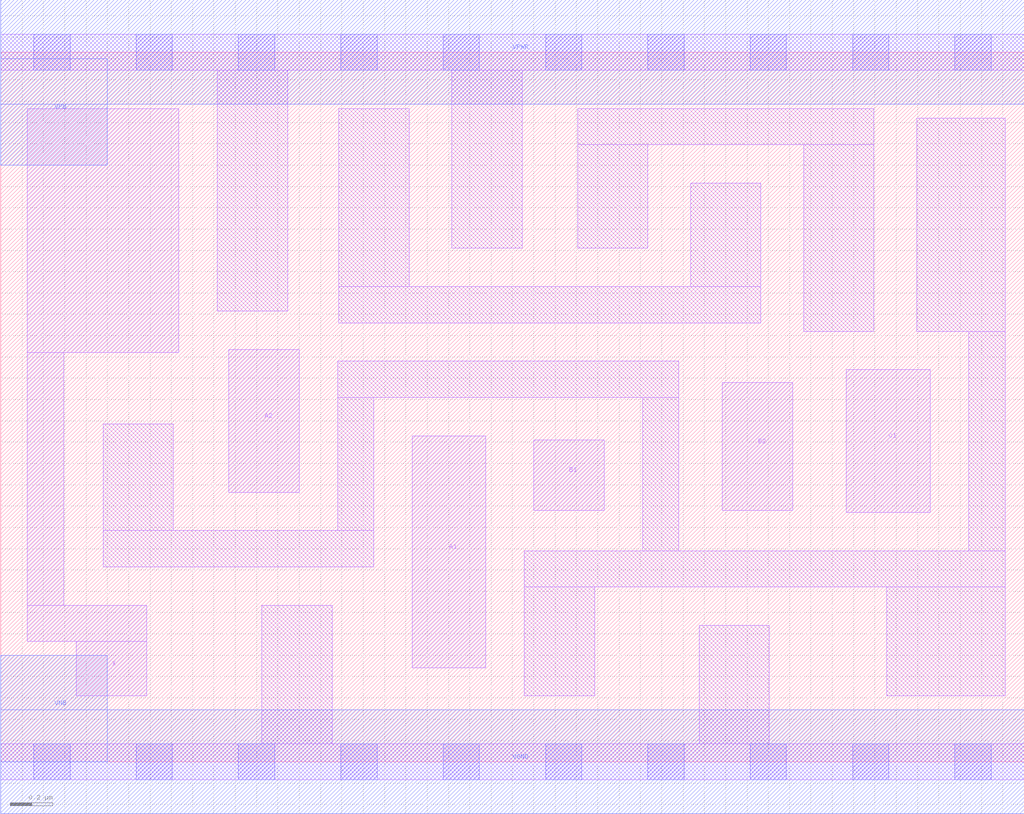
<source format=lef>
# Copyright 2020 The SkyWater PDK Authors
#
# Licensed under the Apache License, Version 2.0 (the "License");
# you may not use this file except in compliance with the License.
# You may obtain a copy of the License at
#
#     https://www.apache.org/licenses/LICENSE-2.0
#
# Unless required by applicable law or agreed to in writing, software
# distributed under the License is distributed on an "AS IS" BASIS,
# WITHOUT WARRANTIES OR CONDITIONS OF ANY KIND, either express or implied.
# See the License for the specific language governing permissions and
# limitations under the License.
#
# SPDX-License-Identifier: Apache-2.0

VERSION 5.5 ;
NAMESCASESENSITIVE ON ;
BUSBITCHARS "[]" ;
DIVIDERCHAR "/" ;
MACRO sky130_fd_sc_lp__a221o_lp
  CLASS CORE ;
  SOURCE USER ;
  ORIGIN  0.000000  0.000000 ;
  SIZE  4.800000 BY  3.330000 ;
  SYMMETRY X Y R90 ;
  SITE unit ;
  PIN A1
    ANTENNAGATEAREA  0.313000 ;
    DIRECTION INPUT ;
    USE SIGNAL ;
    PORT
      LAYER li1 ;
        RECT 1.930000 0.440000 2.275000 1.530000 ;
    END
  END A1
  PIN A2
    ANTENNAGATEAREA  0.313000 ;
    DIRECTION INPUT ;
    USE SIGNAL ;
    PORT
      LAYER li1 ;
        RECT 1.070000 1.265000 1.400000 1.935000 ;
    END
  END A2
  PIN B1
    ANTENNAGATEAREA  0.313000 ;
    DIRECTION INPUT ;
    USE SIGNAL ;
    PORT
      LAYER li1 ;
        RECT 2.500000 1.180000 2.830000 1.510000 ;
    END
  END B1
  PIN B2
    ANTENNAGATEAREA  0.313000 ;
    DIRECTION INPUT ;
    USE SIGNAL ;
    PORT
      LAYER li1 ;
        RECT 3.385000 1.180000 3.715000 1.780000 ;
    END
  END B2
  PIN C1
    ANTENNAGATEAREA  0.376000 ;
    DIRECTION INPUT ;
    USE SIGNAL ;
    PORT
      LAYER li1 ;
        RECT 3.965000 1.170000 4.360000 1.840000 ;
    END
  END C1
  PIN X
    ANTENNADIFFAREA  0.404700 ;
    DIRECTION OUTPUT ;
    USE SIGNAL ;
    PORT
      LAYER li1 ;
        RECT 0.125000 0.565000 0.685000 0.735000 ;
        RECT 0.125000 0.735000 0.295000 1.920000 ;
        RECT 0.125000 1.920000 0.835000 3.065000 ;
        RECT 0.355000 0.310000 0.685000 0.565000 ;
    END
  END X
  PIN VGND
    DIRECTION INOUT ;
    USE GROUND ;
    PORT
      LAYER met1 ;
        RECT 0.000000 -0.245000 4.800000 0.245000 ;
    END
  END VGND
  PIN VNB
    DIRECTION INOUT ;
    USE GROUND ;
    PORT
      LAYER met1 ;
        RECT 0.000000 0.000000 0.500000 0.500000 ;
    END
  END VNB
  PIN VPB
    DIRECTION INOUT ;
    USE POWER ;
    PORT
      LAYER met1 ;
        RECT 0.000000 2.800000 0.500000 3.300000 ;
    END
  END VPB
  PIN VPWR
    DIRECTION INOUT ;
    USE POWER ;
    PORT
      LAYER met1 ;
        RECT 0.000000 3.085000 4.800000 3.575000 ;
    END
  END VPWR
  OBS
    LAYER li1 ;
      RECT 0.000000 -0.085000 4.800000 0.085000 ;
      RECT 0.000000  3.245000 4.800000 3.415000 ;
      RECT 0.480000  0.915000 1.750000 1.085000 ;
      RECT 0.480000  1.085000 0.810000 1.585000 ;
      RECT 1.015000  2.115000 1.345000 3.245000 ;
      RECT 1.225000  0.085000 1.555000 0.735000 ;
      RECT 1.580000  1.085000 1.750000 1.710000 ;
      RECT 1.580000  1.710000 3.180000 1.880000 ;
      RECT 1.585000  2.060000 3.565000 2.230000 ;
      RECT 1.585000  2.230000 1.915000 3.065000 ;
      RECT 2.115000  2.410000 2.445000 3.245000 ;
      RECT 2.455000  0.310000 2.785000 0.820000 ;
      RECT 2.455000  0.820000 4.710000 0.990000 ;
      RECT 2.705000  2.410000 3.035000 2.895000 ;
      RECT 2.705000  2.895000 4.095000 3.065000 ;
      RECT 3.010000  0.990000 3.180000 1.710000 ;
      RECT 3.235000  2.230000 3.565000 2.715000 ;
      RECT 3.275000  0.085000 3.605000 0.640000 ;
      RECT 3.765000  2.020000 4.095000 2.895000 ;
      RECT 4.155000  0.310000 4.710000 0.820000 ;
      RECT 4.295000  2.020000 4.710000 3.020000 ;
      RECT 4.540000  0.990000 4.710000 2.020000 ;
    LAYER mcon ;
      RECT 0.155000 -0.085000 0.325000 0.085000 ;
      RECT 0.155000  3.245000 0.325000 3.415000 ;
      RECT 0.635000 -0.085000 0.805000 0.085000 ;
      RECT 0.635000  3.245000 0.805000 3.415000 ;
      RECT 1.115000 -0.085000 1.285000 0.085000 ;
      RECT 1.115000  3.245000 1.285000 3.415000 ;
      RECT 1.595000 -0.085000 1.765000 0.085000 ;
      RECT 1.595000  3.245000 1.765000 3.415000 ;
      RECT 2.075000 -0.085000 2.245000 0.085000 ;
      RECT 2.075000  3.245000 2.245000 3.415000 ;
      RECT 2.555000 -0.085000 2.725000 0.085000 ;
      RECT 2.555000  3.245000 2.725000 3.415000 ;
      RECT 3.035000 -0.085000 3.205000 0.085000 ;
      RECT 3.035000  3.245000 3.205000 3.415000 ;
      RECT 3.515000 -0.085000 3.685000 0.085000 ;
      RECT 3.515000  3.245000 3.685000 3.415000 ;
      RECT 3.995000 -0.085000 4.165000 0.085000 ;
      RECT 3.995000  3.245000 4.165000 3.415000 ;
      RECT 4.475000 -0.085000 4.645000 0.085000 ;
      RECT 4.475000  3.245000 4.645000 3.415000 ;
  END
END sky130_fd_sc_lp__a221o_lp
END LIBRARY

</source>
